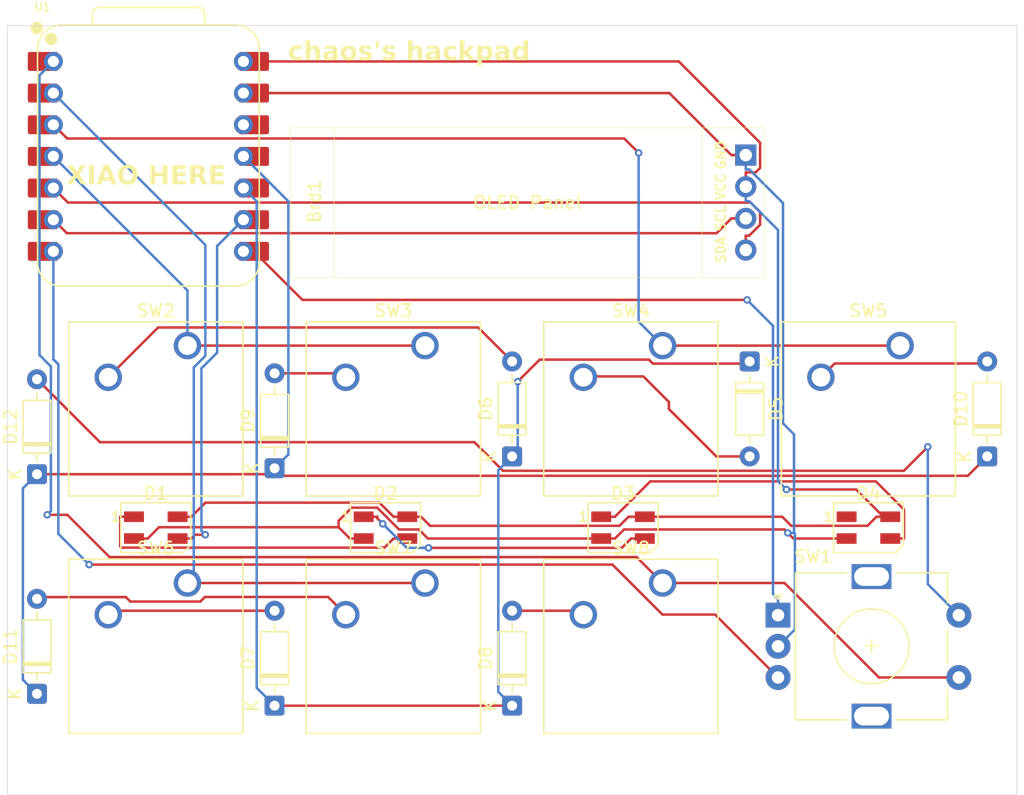
<source format=kicad_pcb>
(kicad_pcb (version 20241229) (generator "pcbnew") (generator_version "9.0")
  (layers (0 "F.Cu" signal) (2 "B.Cu" signal) (13 "F.Paste" user) (15 "B.Paste" user) (5 "F.SilkS" user "F.Silkscreen") (7 "B.SilkS" user "B.Silkscreen") (1 "F.Mask" user) (3 "B.Mask" user) (25 "Edge.Cuts" user))
  (net 0 "")
  (net 1 "Net-(Brd1-SCL)")
  (net 2 "+5V")
  (net 3 "Net-(Brd1-SDA)")
  (net 4 "GND")
  (net 5 "Net-(D1-DOUT)")
  (net 6 "NEOIN")
  (net 7 "Net-(D2-DOUT)")
  (net 8 "Net-(D3-DOUT)")
  (net 10 "ROW0")
  (net 11 "Net-(D5-A)")
  (net 12 "Net-(D6-A)")
  (net 13 "Net-(D7-A)")
  (net 14 "Net-(D8-A)")
  (net 15 "Net-(D9-A)")
  (net 16 "ROW1")
  (net 17 "Net-(D10-A)")
  (net 18 "Net-(D11-A)")
  (net 19 "ROTENCS2")
  (net 20 "COL3")
  (net 21 "Net-(U1-GPIO0{slash}TX)")
  (net 22 "Net-(U1-GPIO1{slash}RX)")
  (net 23 "COL0")
  (net 24 "COL1")
  (net 25 "COL2")
  (net 26 "unconnected-(U1-3V3-Pad12)")
  (footprint "Diode_THT:D_DO-35_SOD27_P7.62mm_Horizontal" (layer "F.Cu") (at 223.8375 128.5875 90)
    (property "Reference" "D8" (at 3.81 -2.12 90) (layer "F.SilkS"))
    (property "Value" "1N4148")
    (fp_text user "K" (at 0 -1.8 90) (layer "F.SilkS"))
    (pad "1" thru_hole roundrect (at 0 0 90) (size 1.6 1.6) (drill 0.8) (layers "*.Cu" "*.Mask") (roundrect_rratio 0.15625) (net 10 "ROW0"))
    (pad "2" thru_hole circle (at 7.62 0 90) (size 1.6 1.6) (drill 0.8) (layers "*.Cu" "*.Mask") (net 14 "Net-(D8-A)"))
  )
  (footprint "Diode_THT:D_DO-35_SOD27_P7.62mm_Horizontal" (layer "F.Cu") (at 204.7875 128.5875 90)
    (property "Reference" "D7" (at 3.81 -2.12 90) (layer "F.SilkS"))
    (property "Value" "1N4148")
    (fp_text user "K" (at 0 -1.8 90) (layer "F.SilkS"))
    (pad "1" thru_hole roundrect (at 0 0 90) (size 1.6 1.6) (drill 0.8) (layers "*.Cu" "*.Mask") (roundrect_rratio 0.15625) (net 10 "ROW0"))
    (pad "2" thru_hole circle (at 7.62 0 90) (size 1.6 1.6) (drill 0.8) (layers "*.Cu" "*.Mask") (net 13 "Net-(D7-A)"))
  )
  (footprint "Diode_THT:D_DO-35_SOD27_P7.62mm_Horizontal" (layer "F.Cu") (at 204.7875 109.5375 90)
    (property "Reference" "D9" (at 3.81 -2.12 90) (layer "F.SilkS"))
    (property "Value" "1N4148")
    (fp_text user "K" (at 0 -1.8 90) (layer "F.SilkS"))
    (pad "1" thru_hole roundrect (at 0 0 90) (size 1.6 1.6) (drill 0.8) (layers "*.Cu" "*.Mask") (roundrect_rratio 0.15625) (net 16 "ROW1"))
    (pad "2" thru_hole circle (at 7.62 0 90) (size 1.6 1.6) (drill 0.8) (layers "*.Cu" "*.Mask") (net 15 "Net-(D9-A)"))
  )
  (footprint "Button_Switch_Keyboard:SW_Cherry_MX_1.00u_PCB" (layer "F.Cu") (at 235.9025 118.745)
    (property "Reference" "SW8" (at -2.54 -2.794 0) (layer "F.SilkS"))
    (property "Value" "SW_Push_45deg")
    (pad "" np_thru_hole circle (at -7.62 5.08) (size 1.7 1.7) (drill 1.7) (layers "*.Cu" "*.Mask"))
    (pad "" np_thru_hole circle (at -2.54 5.08) (size 4 4) (drill 4) (layers "*.Cu" "*.Mask"))
    (pad "" np_thru_hole circle (at 2.54 5.08) (size 1.7 1.7) (drill 1.7) (layers "*.Cu" "*.Mask"))
    (pad "1" thru_hole circle (at 0 0) (size 2.2 2.2) (drill 1.5) (layers "*.Cu" "*.Mask") (net 20 "COL3"))
    (pad "2" thru_hole circle (at -6.35 2.54) (size 2.2 2.2) (drill 1.5) (layers "*.Cu" "*.Mask") (net 14 "Net-(D8-A)"))
  )
  (footprint "Diode_THT:D_DO-35_SOD27_P7.62mm_Horizontal" (layer "F.Cu") (at 185.7375 110.0137 90)
    (property "Reference" "D12" (at 3.81 -2.12 90) (layer "F.SilkS"))
    (property "Value" "1N4148")
    (fp_text user "K" (at 0 -1.8 90) (layer "F.SilkS"))
    (pad "1" thru_hole roundrect (at 0 0 90) (size 1.6 1.6) (drill 0.8) (layers "*.Cu" "*.Mask") (roundrect_rratio 0.15625) (net 16 "ROW1"))
    (pad "2" thru_hole circle (at 7.62 0 90) (size 1.6 1.6) (drill 0.8) (layers "*.Cu" "*.Mask") (net 19 "ROTENCS2"))
  )
  (footprint "Diode_THT:D_DO-35_SOD27_P7.62mm_Horizontal" (layer "F.Cu") (at 242.8875 100.965 -90)
    (property "Reference" "D5" (at 3.81 -2.12 90) (layer "F.SilkS"))
    (property "Value" "1N4148")
    (fp_text user "K" (at 0 -1.8 90) (layer "F.SilkS"))
    (pad "1" thru_hole roundrect (at 0 0 270) (size 1.6 1.6) (drill 0.8) (layers "*.Cu" "*.Mask") (roundrect_rratio 0.15625) (net 10 "ROW0"))
    (pad "2" thru_hole circle (at 7.62 0 270) (size 1.6 1.6) (drill 0.8) (layers "*.Cu" "*.Mask") (net 11 "Net-(D5-A)"))
  )
  (footprint "LED_SMD:LED_SK6812MINI_PLCC4_3.5x3.5mm_P1.75mm" (layer "F.Cu") (at 252.4125 114.3)
    (property "Reference" "D4" (at 0 -2.75 0) (layer "F.SilkS"))
    (property "Value" "SK6812MINI")
    (fp_text user "1" (at -3.2 -0.875 0) (layer "F.SilkS") (effects (font (size 0.8 0.8))))
    (pad "1" smd rect (at -1.75 -0.875) (size 1.6 0.85) (layers "F.Cu" "F.Mask" "F.Paste"))
    (pad "2" smd rect (at -1.75 0.875) (size 1.6 0.85) (layers "F.Cu" "F.Mask" "F.Paste") (net 4 "GND"))
    (pad "3" smd rect (at 1.75 0.875) (size 1.6 0.85) (layers "F.Cu" "F.Mask" "F.Paste") (net 8 "Net-(D3-DOUT)"))
    (pad "4" smd rect (at 1.75 -0.875) (size 1.6 0.85) (layers "F.Cu" "F.Mask" "F.Paste") (net 2 "+5V"))
  )
  (footprint "Button_Switch_Keyboard:SW_Cherry_MX_1.00u_PCB" (layer "F.Cu") (at 197.8025 99.695)
    (property "Reference" "SW2" (at -2.54 -2.794 0) (layer "F.SilkS"))
    (property "Value" "SW_Push_45deg")
    (pad "" np_thru_hole circle (at -7.62 5.08) (size 1.7 1.7) (drill 1.7) (layers "*.Cu" "*.Mask"))
    (pad "" np_thru_hole circle (at -2.54 5.08) (size 4 4) (drill 4) (layers "*.Cu" "*.Mask"))
    (pad "" np_thru_hole circle (at 2.54 5.08) (size 1.7 1.7) (drill 1.7) (layers "*.Cu" "*.Mask"))
    (pad "1" thru_hole circle (at 0 0) (size 2.2 2.2) (drill 1.5) (layers "*.Cu" "*.Mask") (net 23 "COL0"))
    (pad "2" thru_hole circle (at -6.35 2.54) (size 2.2 2.2) (drill 1.5) (layers "*.Cu" "*.Mask") (net 12 "Net-(D6-A)"))
  )
  (footprint "LED_SMD:LED_SK6812MINI_PLCC4_3.5x3.5mm_P1.75mm" (layer "F.Cu") (at 195.2625 114.3)
    (property "Reference" "D1" (at 0 -2.75 0) (layer "F.SilkS"))
    (property "Value" "SK6812MINI")
    (fp_text user "1" (at -3.2 -0.875 0) (layer "F.SilkS") (effects (font (size 0.8 0.8))))
    (pad "1" smd rect (at -1.75 -0.875) (size 1.6 0.85) (layers "F.Cu" "F.Mask" "F.Paste") (net 5 "Net-(D1-DOUT)"))
    (pad "2" smd rect (at -1.75 0.875) (size 1.6 0.85) (layers "F.Cu" "F.Mask" "F.Paste") (net 4 "GND"))
    (pad "3" smd rect (at 1.75 0.875) (size 1.6 0.85) (layers "F.Cu" "F.Mask" "F.Paste") (net 6 "NEOIN"))
    (pad "4" smd rect (at 1.75 -0.875) (size 1.6 0.85) (layers "F.Cu" "F.Mask" "F.Paste") (net 2 "+5V"))
  )
  (footprint "Button_Switch_Keyboard:SW_Cherry_MX_1.00u_PCB" (layer "F.Cu") (at 216.8525 118.745)
    (property "Reference" "SW7" (at -2.54 -2.794 0) (layer "F.SilkS"))
    (property "Value" "SW_Push_45deg")
    (pad "" np_thru_hole circle (at -7.62 5.08) (size 1.7 1.7) (drill 1.7) (layers "*.Cu" "*.Mask"))
    (pad "" np_thru_hole circle (at -2.54 5.08) (size 4 4) (drill 4) (layers "*.Cu" "*.Mask"))
    (pad "" np_thru_hole circle (at 2.54 5.08) (size 1.7 1.7) (drill 1.7) (layers "*.Cu" "*.Mask"))
    (pad "1" thru_hole circle (at 0 0) (size 2.2 2.2) (drill 1.5) (layers "*.Cu" "*.Mask") (net 25 "COL2"))
    (pad "2" thru_hole circle (at -6.35 2.54) (size 2.2 2.2) (drill 1.5) (layers "*.Cu" "*.Mask") (net 18 "Net-(D11-A)"))
  )
  (footprint "Button_Switch_Keyboard:SW_Cherry_MX_1.00u_PCB" (layer "F.Cu") (at 216.8525 99.695)
    (property "Reference" "SW3" (at -2.54 -2.794 0) (layer "F.SilkS"))
    (property "Value" "SW_Push_45deg")
    (pad "" np_thru_hole circle (at -7.62 5.08) (size 1.7 1.7) (drill 1.7) (layers "*.Cu" "*.Mask"))
    (pad "" np_thru_hole circle (at -2.54 5.08) (size 4 4) (drill 4) (layers "*.Cu" "*.Mask"))
    (pad "" np_thru_hole circle (at 2.54 5.08) (size 1.7 1.7) (drill 1.7) (layers "*.Cu" "*.Mask"))
    (pad "1" thru_hole circle (at 0 0) (size 2.2 2.2) (drill 1.5) (layers "*.Cu" "*.Mask") (net 23 "COL0"))
    (pad "2" thru_hole circle (at -6.35 2.54) (size 2.2 2.2) (drill 1.5) (layers "*.Cu" "*.Mask") (net 15 "Net-(D9-A)"))
  )
  (footprint "Diode_THT:D_DO-35_SOD27_P7.62mm_Horizontal" (layer "F.Cu") (at 223.8375 108.585 90)
    (property "Reference" "D6" (at 3.81 -2.12 90) (layer "F.SilkS"))
    (property "Value" "1N4148")
    (fp_text user "K" (at 0 -1.8 90) (layer "F.SilkS"))
    (pad "1" thru_hole roundrect (at 0 0 90) (size 1.6 1.6) (drill 0.8) (layers "*.Cu" "*.Mask") (roundrect_rratio 0.15625) (net 10 "ROW0"))
    (pad "2" thru_hole circle (at 7.62 0 90) (size 1.6 1.6) (drill 0.8) (layers "*.Cu" "*.Mask") (net 12 "Net-(D6-A)"))
  )
  (footprint "LED_SMD:LED_SK6812MINI_PLCC4_3.5x3.5mm_P1.75mm" (layer "F.Cu") (at 232.7312 114.3)
    (property "Reference" "D3" (at 0 -2.75 0) (layer "F.SilkS"))
    (property "Value" "SK6812MINI")
    (fp_text user "1" (at -3.2 -0.875 0) (layer "F.SilkS") (effects (font (size 0.8 0.8))))
    (pad "1" smd rect (at -1.75 -0.875) (size 1.6 0.85) (layers "F.Cu" "F.Mask" "F.Paste") (net 8 "Net-(D3-DOUT)"))
    (pad "2" smd rect (at -1.75 0.875) (size 1.6 0.85) (layers "F.Cu" "F.Mask" "F.Paste") (net 4 "GND"))
    (pad "3" smd rect (at 1.75 0.875) (size 1.6 0.85) (layers "F.Cu" "F.Mask" "F.Paste") (net 7 "Net-(D2-DOUT)"))
    (pad "4" smd rect (at 1.75 -0.875) (size 1.6 0.85) (layers "F.Cu" "F.Mask" "F.Paste") (net 2 "+5V"))
  )
  (footprint "LED_SMD:LED_SK6812MINI_PLCC4_3.5x3.5mm_P1.75mm" (layer "F.Cu") (at 213.6812 114.3)
    (property "Reference" "D2" (at 0 -2.75 0) (layer "F.SilkS"))
    (property "Value" "SK6812MINI")
    (fp_text user "1" (at -3.2 -0.875 0) (layer "F.SilkS") (effects (font (size 0.8 0.8))))
    (pad "1" smd rect (at -1.75 -0.875) (size 1.6 0.85) (layers "F.Cu" "F.Mask" "F.Paste") (net 7 "Net-(D2-DOUT)"))
    (pad "2" smd rect (at -1.75 0.875) (size 1.6 0.85) (layers "F.Cu" "F.Mask" "F.Paste") (net 4 "GND"))
    (pad "3" smd rect (at 1.75 0.875) (size 1.6 0.85) (layers "F.Cu" "F.Mask" "F.Paste") (net 5 "Net-(D1-DOUT)"))
    (pad "4" smd rect (at 1.75 -0.875) (size 1.6 0.85) (layers "F.Cu" "F.Mask" "F.Paste") (net 2 "+5V"))
  )
  (footprint "Button_Switch_Keyboard:SW_Cherry_MX_1.00u_PCB" (layer "F.Cu") (at 197.8025 118.745)
    (property "Reference" "SW6" (at -2.54 -2.794 0) (layer "F.SilkS"))
    (property "Value" "SW_Push_45deg")
    (pad "" np_thru_hole circle (at -7.62 5.08) (size 1.7 1.7) (drill 1.7) (layers "*.Cu" "*.Mask"))
    (pad "" np_thru_hole circle (at -2.54 5.08) (size 4 4) (drill 4) (layers "*.Cu" "*.Mask"))
    (pad "" np_thru_hole circle (at 2.54 5.08) (size 1.7 1.7) (drill 1.7) (layers "*.Cu" "*.Mask"))
    (pad "1" thru_hole circle (at 0 0) (size 2.2 2.2) (drill 1.5) (layers "*.Cu" "*.Mask") (net 25 "COL2"))
    (pad "2" thru_hole circle (at -6.35 2.54) (size 2.2 2.2) (drill 1.5) (layers "*.Cu" "*.Mask") (net 13 "Net-(D7-A)"))
  )
  (footprint "Rotary_Encoder:RotaryEncoder_Alps_EC11E-Switch_Vertical_H20mm" (layer "F.Cu") (at 245.1625 121.325)
    (property "Reference" "SW1" (at 2.8 -4.7 0) (layer "F.SilkS"))
    (property "Value" "RotaryEncoder_Switch")
    (pad "A" thru_hole rect (at 0 0) (size 2 2) (drill 1) (layers "*.Cu" "*.Mask") (net 22 "Net-(U1-GPIO1{slash}RX)"))
    (pad "B" thru_hole circle (at 0 5) (size 2 2) (drill 1) (layers "*.Cu" "*.Mask") (net 21 "Net-(U1-GPIO0{slash}TX)"))
    (pad "C" thru_hole circle (at 0 2.5) (size 2 2) (drill 1) (layers "*.Cu" "*.Mask") (net 4 "GND"))
    (pad "MP" thru_hole rect (at 7.5 -3.1) (size 3.2 2) (drill oval 2.8 1.5) (layers "*.Cu" "*.Mask"))
    (pad "MP" thru_hole rect (at 7.5 8.1) (size 3.2 2) (drill oval 2.8 1.5) (layers "*.Cu" "*.Mask"))
    (pad "S1" thru_hole circle (at 14.5 5) (size 2 2) (drill 1) (layers "*.Cu" "*.Mask") (net 20 "COL3"))
    (pad "S2" thru_hole circle (at 14.5 0) (size 2 2) (drill 1) (layers "*.Cu" "*.Mask") (net 19 "ROTENCS2"))
  )
  (footprint "Button_Switch_Keyboard:SW_Cherry_MX_1.00u_PCB" (layer "F.Cu") (at 254.9525 99.695)
    (property "Reference" "SW5" (at -2.54 -2.794 0) (layer "F.SilkS"))
    (property "Value" "SW_Push_45deg")
    (pad "" np_thru_hole circle (at -7.62 5.08) (size 1.7 1.7) (drill 1.7) (layers "*.Cu" "*.Mask"))
    (pad "" np_thru_hole circle (at -2.54 5.08) (size 4 4) (drill 4) (layers "*.Cu" "*.Mask"))
    (pad "" np_thru_hole circle (at 2.54 5.08) (size 1.7 1.7) (drill 1.7) (layers "*.Cu" "*.Mask"))
    (pad "1" thru_hole circle (at 0 0) (size 2.2 2.2) (drill 1.5) (layers "*.Cu" "*.Mask") (net 24 "COL1"))
    (pad "2" thru_hole circle (at -6.35 2.54) (size 2.2 2.2) (drill 1.5) (layers "*.Cu" "*.Mask") (net 17 "Net-(D10-A)"))
  )
  (footprint "KiCad-SSD1306-0.91-OLED-4pin-128x32:SSD1306-0.91-OLED-4pin-128x32" (layer "F.Cu") (at 206.075 82.215)
    (property "Reference" "Brd1" (at 1.9 5.91 90) (layer "F.SilkS"))
    (property "Value" "SSD1306")
    (fp_text user "SCL" (at 34.5 7.27 270) (layer "F.SilkS") (effects (font (size 0.75 0.75))))
    (fp_text user "OLED Panel" (at 19 6 0) (layer "F.SilkS"))
    (fp_text user "SDA" (at 34.5 9.81 270) (layer "F.SilkS") (effects (font (size 0.75 0.75))))
    (fp_text user "VCC" (at 34.5 4.73 270) (layer "F.SilkS") (effects (font (size 0.75 0.75))))
    (fp_text user "GND" (at 34.5 2.19 270) (layer "F.SilkS") (effects (font (size 0.75 0.75))))
    (pad "1" thru_hole rect (at 36.5 2.19) (size 1.7 1.7) (drill 1) (layers "*.Cu" "*.Mask") (net 4 "GND"))
    (pad "2" thru_hole oval (at 36.5 4.73) (size 1.7 1.7) (drill 1) (layers "*.Cu" "*.Mask") (net 2 "+5V"))
    (pad "3" thru_hole oval (at 36.5 7.27) (size 1.7 1.7) (drill 1) (layers "*.Cu" "*.Mask") (net 1 "Net-(Brd1-SCL)"))
    (pad "4" thru_hole oval (at 36.5 9.81) (size 1.7 1.7) (drill 1) (layers "*.Cu" "*.Mask") (net 3 "Net-(Brd1-SDA)"))
  )
  (footprint "Diode_THT:D_DO-35_SOD27_P7.62mm_Horizontal" (layer "F.Cu") (at 185.7375 127.635 90)
    (property "Reference" "D11" (at 3.81 -2.12 90) (layer "F.SilkS"))
    (property "Value" "1N4148")
    (fp_text user "K" (at 0 -1.8 90) (layer "F.SilkS"))
    (pad "1" thru_hole roundrect (at 0 0 90) (size 1.6 1.6) (drill 0.8) (layers "*.Cu" "*.Mask") (roundrect_rratio 0.15625) (net 16 "ROW1"))
    (pad "2" thru_hole circle (at 7.62 0 90) (size 1.6 1.6) (drill 0.8) (layers "*.Cu" "*.Mask") (net 18 "Net-(D11-A)"))
  )
  (footprint "Button_Switch_Keyboard:SW_Cherry_MX_1.00u_PCB" (layer "F.Cu") (at 235.9025 99.695)
    (property "Reference" "SW4" (at -2.54 -2.794 0) (layer "F.SilkS"))
    (property "Value" "SW_Push_45deg")
    (pad "" np_thru_hole circle (at -7.62 5.08) (size 1.7 1.7) (drill 1.7) (layers "*.Cu" "*.Mask"))
    (pad "" np_thru_hole circle (at -2.54 5.08) (size 4 4) (drill 4) (layers "*.Cu" "*.Mask"))
    (pad "" np_thru_hole circle (at 2.54 5.08) (size 1.7 1.7) (drill 1.7) (layers "*.Cu" "*.Mask"))
    (pad "1" thru_hole circle (at 0 0) (size 2.2 2.2) (drill 1.5) (layers "*.Cu" "*.Mask") (net 24 "COL1"))
    (pad "2" thru_hole circle (at -6.35 2.54) (size 2.2 2.2) (drill 1.5) (layers "*.Cu" "*.Mask") (net 11 "Net-(D5-A)"))
  )
  (footprint "Seeed Studio XIAO Series Library:XIAO-RP2040-DIP" (layer "F.Cu") (at 194.67 84.51)
    (property "Reference" "U1" (at -8.5 -12 0) (layer "F.SilkS") (effects (font (size 0.635 0.635) (thickness 0.1016))))
    (property "Value" "XIAO-RP2040-DIP")
    (pad "1" smd roundrect (at -8.455 -7.62 180) (size 2.432 1.524) (layers "F.Cu" "F.Mask") (roundrect_rratio 0.1) (net 20 "COL3"))
    (pad "1" thru_hole circle (at -7.62 -7.62 180) (size 1.524 1.524) (drill 0.889) (layers "*.Cu" "*.Mask") (net 20 "COL3"))
    (pad "2" smd roundrect (at -8.455 -5.08 180) (size 2.432 1.524) (layers "F.Cu" "F.Mask") (roundrect_rratio 0.1) (net 25 "COL2"))
    (pad "2" thru_hole circle (at -7.62 -5.08 180) (size 1.524 1.524) (drill 0.889) (layers "*.Cu" "*.Mask") (net 25 "COL2"))
    (pad "3" smd roundrect (at -8.455 -2.54 180) (size 2.432 1.524) (layers "F.Cu" "F.Mask") (roundrect_rratio 0.1) (net 24 "COL1"))
    (pad "3" thru_hole circle (at -7.62 -2.54 180) (size 1.524 1.524) (drill 0.889) (layers "*.Cu" "*.Mask") (net 24 "COL1"))
    (pad "4" smd roundrect (at -8.455 0 180) (size 2.432 1.524) (layers "F.Cu" "F.Mask") (roundrect_rratio 0.1) (net 23 "COL0"))
    (pad "4" thru_hole circle (at -7.62 0 180) (size 1.524 1.524) (drill 0.889) (layers "*.Cu" "*.Mask") (net 23 "COL0"))
    (pad "5" smd roundrect (at -8.455 2.54 180) (size 2.432 1.524) (layers "F.Cu" "F.Mask") (roundrect_rratio 0.1) (net 3 "Net-(Brd1-SDA)"))
    (pad "5" thru_hole circle (at -7.62 2.54 180) (size 1.524 1.524) (drill 0.889) (layers "*.Cu" "*.Mask") (net 3 "Net-(Brd1-SDA)"))
    (pad "6" smd roundrect (at -8.455 5.08 180) (size 2.432 1.524) (layers "F.Cu" "F.Mask") (roundrect_rratio 0.1) (net 1 "Net-(Brd1-SCL)"))
    (pad "6" thru_hole circle (at -7.62 5.08 180) (size 1.524 1.524) (drill 0.889) (layers "*.Cu" "*.Mask") (net 1 "Net-(Brd1-SCL)"))
    (pad "7" smd roundrect (at -8.455 7.62 180) (size 2.432 1.524) (layers "F.Cu" "F.Mask") (roundrect_rratio 0.1) (net 21 "Net-(U1-GPIO0{slash}TX)"))
    (pad "7" thru_hole circle (at -7.62 7.62 180) (size 1.524 1.524) (drill 0.889) (layers "*.Cu" "*.Mask") (net 21 "Net-(U1-GPIO0{slash}TX)"))
    (pad "8" thru_hole circle (at 7.62 7.62) (size 1.524 1.524) (drill 0.889) (layers "*.Cu" "*.Mask") (net 22 "Net-(U1-GPIO1{slash}RX)"))
    (pad "8" smd roundrect (at 8.455 7.62) (size 2.432 1.524) (layers "F.Cu" "F.Mask") (roundrect_rratio 0.1) (net 22 "Net-(U1-GPIO1{slash}RX)"))
    (pad "9" thru_hole circle (at 7.62 5.08) (size 1.524 1.524) (drill 0.889) (layers "*.Cu" "*.Mask") (net 6 "NEOIN"))
    (pad "9" smd roundrect (at 8.455 5.08) (size 2.432 1.524) (layers "F.Cu" "F.Mask") (roundrect_rratio 0.1) (net 6 "NEOIN"))
    (pad "10" thru_hole circle (at 7.62 2.54) (size 1.524 1.524) (drill 0.889) (layers "*.Cu" "*.Mask") (net 10 "ROW0"))
    (pad "10" smd roundrect (at 8.455 2.54) (size 2.432 1.524) (layers "F.Cu" "F.Mask") (roundrect_rratio 0.1) (net 10 "ROW0"))
    (pad "11" thru_hole circle (at 7.62 0) (size 1.524 1.524) (drill 0.889) (layers "*.Cu" "*.Mask") (net 16 "ROW1"))
    (pad "11" smd roundrect (at 8.455 0) (size 2.432 1.524) (layers "F.Cu" "F.Mask") (roundrect_rratio 0.1) (net 16 "ROW1"))
    (pad "12" thru_hole circle (at 7.62 -2.54) (size 1.524 1.524) (drill 0.889) (layers "*.Cu" "*.Mask") (net 26 "unconnected-(U1-3V3-Pad12)"))
    (pad "12" smd roundrect (at 8.455 -2.54) (size 2.432 1.524) (layers "F.Cu" "F.Mask") (roundrect_rratio 0.1) (net 26 "unconnected-(U1-3V3-Pad12)"))
    (pad "13" thru_hole circle (at 7.62 -5.08) (size 1.524 1.524) (drill 0.889) (layers "*.Cu" "*.Mask") (net 4 "GND"))
    (pad "13" smd roundrect (at 8.455 -5.08) (size 2.432 1.524) (layers "F.Cu" "F.Mask") (roundrect_rratio 0.1) (net 4 "GND"))
    (pad "14" thru_hole circle (at 7.62 -7.62) (size 1.524 1.524) (drill 0.889) (layers "*.Cu" "*.Mask") (net 2 "+5V"))
    (pad "14" smd roundrect (at 8.455 -7.62) (size 2.432 1.524) (layers "F.Cu" "F.Mask") (roundrect_rratio 0.1) (net 2 "+5V"))
  )
  (footprint "Diode_THT:D_DO-35_SOD27_P7.62mm_Horizontal" (layer "F.Cu") (at 261.9375 108.585 90)
    (property "Reference" "D10" (at 3.81 -2.12 90) (layer "F.SilkS"))
    (property "Value" "1N4148")
    (fp_text user "K" (at 0 -1.8 90) (layer "F.SilkS"))
    (pad "1" thru_hole roundrect (at 0 0 90) (size 1.6 1.6) (drill 0.8) (layers "*.Cu" "*.Mask") (roundrect_rratio 0.15625) (net 16 "ROW1"))
    (pad "2" thru_hole circle (at 7.62 0 90) (size 1.6 1.6) (drill 0.8) (layers "*.Cu" "*.Mask") (net 17 "Net-(D10-A)"))
  )
  (gr_rect (start 183.35625 74.01) (end 264.31875 135.73125) (stroke (width 0.05)) (fill no) (layer "Edge.Cuts"))
  (gr_text "chaos's hackpad" (at 205.85 77.04 0) (layer "F.SilkS") (effects (font (size 1.5 1.5) (thickness 0.3) (bold yes)) (justify left bottom)))
  (gr_text "XIAO HERE" (at 194.49 86.12 0) (layer "F.SilkS") (effects (font (size 1.5 1.5) (thickness 0.3) (bold yes))))
  (segment (start 187.05 89.59) (end 186.215 89.59) (width 0.2) (layer "F.Cu") (net 1))
  (segment (start 242.575 89.485) (end 241.4233 89.485) (width 0.2) (layer "F.Cu") (net 1))
  (segment (start 188.1333 90.6733) (end 240.235 90.6733) (width 0.2) (layer "F.Cu") (net 1))
  (segment (start 187.05 89.59) (end 188.1333 90.6733) (width 0.2) (layer "F.Cu") (net 1))
  (segment (start 240.235 90.6733) (end 241.4233 89.485) (width 0.2) (layer "F.Cu") (net 1))
  (segment (start 243.3668 85.7933) (end 243.7267 85.4334) (width 0.2) (layer "F.Cu") (net 2))
  (segment (start 199.2426 112.2966) (end 198.1142 113.425) (width 0.2) (layer "F.Cu") (net 2))
  (segment (start 251.4282 111.2415) (end 253.6117 113.425) (width 0.2) (layer "F.Cu") (net 2))
  (segment (start 237.2018 76.89) (end 203.125 76.89) (width 0.2) (layer "F.Cu") (net 2))
  (segment (start 202.29 76.89) (end 203.125 76.89) (width 0.2) (layer "F.Cu") (net 2))
  (segment (start 215.4312 113.425) (end 214.3295 113.425) (width 0.2) (layer "F.Cu") (net 2))
  (segment (start 233.1784 113.425) (end 232.4517 114.1517) (width 0.2) (layer "F.Cu") (net 2))
  (segment (start 245.8384 111.2415) (end 251.4282 111.2415) (width 0.2) (layer "F.Cu") (net 2))
  (segment (start 253.0608 113.425) (end 252.3341 114.1517) (width 0.2) (layer "F.Cu") (net 2))
  (segment (start 254.1625 113.425) (end 253.6117 113.425) (width 0.2) (layer "F.Cu") (net 2))
  (segment (start 234.4812 113.425) (end 233.1784 113.425) (width 0.2) (layer "F.Cu") (net 2))
  (segment (start 213.2011 112.2966) (end 199.2426 112.2966) (width 0.2) (layer "F.Cu") (net 2))
  (segment (start 217.2596 114.1517) (end 216.5329 113.425) (width 0.2) (layer "F.Cu") (net 2))
  (segment (start 243.7267 85.4334) (end 243.7267 83.4149) (width 0.2) (layer "F.Cu") (net 2))
  (segment (start 214.3295 113.425) (end 213.2011 112.2966) (width 0.2) (layer "F.Cu") (net 2))
  (segment (start 245.4983 113.425) (end 235.5829 113.425) (width 0.2) (layer "F.Cu") (net 2))
  (segment (start 252.3341 114.1517) (end 246.225 114.1517) (width 0.2) (layer "F.Cu") (net 2))
  (segment (start 243.7267 83.4149) (end 237.2018 76.89) (width 0.2) (layer "F.Cu") (net 2))
  (segment (start 215.9821 113.425) (end 215.4312 113.425) (width 0.2) (layer "F.Cu") (net 2))
  (segment (start 215.9821 113.425) (end 216.5329 113.425) (width 0.2) (layer "F.Cu") (net 2))
  (segment (start 232.4517 114.1517) (end 217.2596 114.1517) (width 0.2) (layer "F.Cu") (net 2))
  (segment (start 246.225 114.1517) (end 245.4983 113.425) (width 0.2) (layer "F.Cu") (net 2))
  (segment (start 197.0125 113.425) (end 198.1142 113.425) (width 0.2) (layer "F.Cu") (net 2))
  (segment (start 253.6117 113.425) (end 253.0608 113.425) (width 0.2) (layer "F.Cu") (net 2))
  (segment (start 242.575 86.945) (end 242.575 85.7933) (width 0.2) (layer "F.Cu") (net 2))
  (segment (start 234.4812 113.425) (end 235.5829 113.425) (width 0.2) (layer "F.Cu") (net 2))
  (segment (start 242.575 85.7933) (end 243.3668 85.7933) (width 0.2) (layer "F.Cu") (net 2))
  (via (at 245.8384 111.2415) (size 0.6) (drill 0.3) (layers "F.Cu" "B.Cu") (net 2))
  (segment (start 242.575 86.945) (end 242.575 88.0967) (width 0.2) (layer "B.Cu") (net 2))
  (segment (start 245.8384 111.2415) (end 245.1609 110.564) (width 0.2) (layer "B.Cu") (net 2))
  (segment (start 245.1609 110.564) (end 245.1609 90.4141) (width 0.2) (layer "B.Cu") (net 2))
  (segment (start 245.1609 90.4141) (end 242.8435 88.0967) (width 0.2) (layer "B.Cu") (net 2))
  (segment (start 242.8435 88.0967) (end 242.575 88.0967) (width 0.2) (layer "B.Cu") (net 2))
  (segment (start 242.9676 88.215) (end 243.7272 88.9746) (width 0.2) (layer "F.Cu") (net 3))
  (segment (start 243.7272 88.9746) (end 243.7272 89.9896) (width 0.2) (layer "F.Cu") (net 3))
  (segment (start 242.575 92.025) (end 242.575 90.8733) (width 0.2) (layer "F.Cu") (net 3))
  (segment (start 187.05 87.05) (end 188.215 88.215) (width 0.2) (layer "F.Cu") (net 3))
  (segment (start 186.215 87.05) (end 187.05 87.05) (width 0.2) (layer "F.Cu") (net 3))
  (segment (start 188.215 88.215) (end 242.9676 88.215) (width 0.2) (layer "F.Cu") (net 3))
  (segment (start 243.7272 89.9896) (end 242.8435 90.8733) (width 0.2) (layer "F.Cu") (net 3))
  (segment (start 242.8435 90.8733) (end 242.575 90.8733) (width 0.2) (layer "F.Cu") (net 3))
  (segment (start 250.6625 115.175) (end 249.5608 115.175) (width 0.2) (layer "F.Cu") (net 4))
  (segment (start 193.5125 115.175) (end 194.6142 115.175) (width 0.2) (layer "F.Cu") (net 4))
  (segment (start 211.3804 115.175) (end 210.8295 115.175) (width 0.2) (layer "F.Cu") (net 4))
  (segment (start 210.8295 115.175) (end 209.922 114.2675) (width 0.2) (layer "F.Cu") (net 4))
  (segment (start 236.4483 79.43) (end 241.4233 84.405) (width 0.2) (layer "F.Cu") (net 4))
  (segment (start 202.29 79.43) (end 203.125 79.43) (width 0.2) (layer "F.Cu") (net 4))
  (segment (start 194.6142 115.175) (end 195.5217 114.2675) (width 0.2) (layer "F.Cu") (net 4))
  (segment (start 245.9433 114.7209) (end 246.3974 115.175) (width 0.2) (layer "F.Cu") (net 4))
  (segment (start 210.9751 112.6983) (end 209.922 113.7514) (width 0.2) (layer "F.Cu") (net 4))
  (segment (start 245.9433 114.7209) (end 245.6707 114.4483) (width 0.2) (layer "F.Cu") (net 4))
  (segment (start 232.8096 114.4483) (end 232.0829 115.175) (width 0.2) (layer "F.Cu") (net 4))
  (segment (start 230.9812 115.175) (end 217.0829 115.175) (width 0.2) (layer "F.Cu") (net 4))
  (segment (start 246.3974 115.175) (end 249.5608 115.175) (width 0.2) (layer "F.Cu") (net 4))
  (segment (start 245.6707 114.4483) (end 232.8096 114.4483) (width 0.2) (layer "F.Cu") (net 4))
  (segment (start 217.0829 115.175) (end 216.3562 114.4483) (width 0.2) (layer "F.Cu") (net 4))
  (segment (start 195.5217 114.2675) (end 209.922 114.2675) (width 0.2) (layer "F.Cu") (net 4))
  (segment (start 214.7696 114.4483) (end 213.0196 112.6983) (width 0.2) (layer "F.Cu") (net 4))
  (segment (start 209.922 113.7514) (end 209.922 114.2675) (width 0.2) (layer "F.Cu") (net 4))
  (segment (start 211.3804 115.175) (end 211.9312 115.175) (width 0.2) (layer "F.Cu") (net 4))
  (segment (start 242.575 84.405) (end 241.4233 84.405) (width 0.2) (layer "F.Cu") (net 4))
  (segment (start 216.3562 114.4483) (end 214.7696 114.4483) (width 0.2) (layer "F.Cu") (net 4))
  (segment (start 203.125 79.43) (end 236.4483 79.43) (width 0.2) (layer "F.Cu") (net 4))
  (segment (start 230.9812 115.175) (end 232.0829 115.175) (width 0.2) (layer "F.Cu") (net 4))
  (segment (start 213.0196 112.6983) (end 210.9751 112.6983) (width 0.2) (layer "F.Cu") (net 4))
  (via (at 245.9433 114.7209) (size 0.6) (drill 0.3) (layers "F.Cu" "B.Cu") (net 4))
  (segment (start 246.4442 106.8164) (end 245.5627 105.9349) (width 0.2) (layer "B.Cu") (net 4))
  (segment (start 245.5627 88.2565) (end 242.8629 85.5567) (width 0.2) (layer "B.Cu") (net 4))
  (segment (start 245.5627 105.9349) (end 245.5627 88.2565) (width 0.2) (layer "B.Cu") (net 4))
  (segment (start 246.4442 114.7209) (end 246.4442 106.8164) (width 0.2) (layer "B.Cu") (net 4))
  (segment (start 246.5158 114.7925) (end 246.4442 114.7209) (width 0.2) (layer "B.Cu") (net 4))
  (segment (start 242.8629 85.5567) (end 242.575 85.5567) (width 0.2) (layer "B.Cu") (net 4))
  (segment (start 246.4442 114.7209) (end 245.9433 114.7209) (width 0.2) (layer "B.Cu") (net 4))
  (segment (start 242.575 84.405) (end 242.575 85.5567) (width 0.2) (layer "B.Cu") (net 4))
  (segment (start 246.5158 122.4717) (end 246.5158 114.7925) (width 0.2) (layer "B.Cu") (net 4))
  (segment (start 245.1625 123.825) (end 246.5158 122.4717) (width 0.2) (layer "B.Cu") (net 4))
  (segment (start 192.524 115.9042) (end 192.4108 115.791) (width 0.2) (layer "F.Cu") (net 5))
  (segment (start 215.4312 115.175) (end 214.3295 115.175) (width 0.2) (layer "F.Cu") (net 5))
  (segment (start 213.6003 115.9042) (end 192.524 115.9042) (width 0.2) (layer "F.Cu") (net 5))
  (segment (start 193.5125 113.425) (end 192.4108 113.425) (width 0.2) (layer "F.Cu") (net 5))
  (segment (start 192.4108 115.791) (end 192.4108 113.425) (width 0.2) (layer "F.Cu") (net 5))
  (segment (start 214.3295 115.175) (end 213.6003 115.9042) (width 0.2) (layer "F.Cu") (net 5))
  (segment (start 197.0125 115.175) (end 198.1142 115.175) (width 0.2) (layer "F.Cu") (net 6))
  (segment (start 203.125 89.59) (end 202.29 89.59) (width 0.2) (layer "F.Cu") (net 6))
  (segment (start 199.2304 114.8692) (end 198.42 114.8692) (width 0.2) (layer "F.Cu") (net 6))
  (segment (start 198.42 114.8692) (end 198.1142 115.175) (width 0.2) (layer "F.Cu") (net 6))
  (via (at 199.2304 114.8692) (size 0.6) (drill 0.3) (layers "F.Cu" "B.Cu") (net 6))
  (segment (start 200.1811 91.6988) (end 200.1812 91.6988) (width 0.2) (layer "B.Cu") (net 6))
  (segment (start 198.923 114.5618) (end 198.923 101.5178) (width 0.2) (layer "B.Cu") (net 6))
  (segment (start 199.2304 114.8692) (end 198.923 114.5618) (width 0.2) (layer "B.Cu") (net 6))
  (segment (start 198.923 101.5178) (end 200.1811 100.2597) (width 0.2) (layer "B.Cu") (net 6))
  (segment (start 200.1811 100.2597) (end 200.1811 91.6988) (width 0.2) (layer "B.Cu") (net 6))
  (segment (start 200.1812 91.6988) (end 202.29 89.59) (width 0.2) (layer "B.Cu") (net 6))
  (segment (start 233.3795 115.175) (end 232.6348 115.9197) (width 0.2) (layer "F.Cu") (net 7))
  (segment (start 213.2479 113.7775) (end 213.4629 113.9925) (width 0.2) (layer "F.Cu") (net 7))
  (segment (start 232.6348 115.9197) (end 217.1358 115.9197) (width 0.2) (layer "F.Cu") (net 7))
  (segment (start 213.0329 113.5625) (end 213.0329 113.425) (width 0.2) (layer "F.Cu") (net 7))
  (segment (start 216.6448 115.9197) (end 217.1358 115.9197) (width 0.2) (layer "F.Cu") (net 7))
  (segment (start 213.4629 113.9925) (end 213.2479 113.7775) (width 0.2) (layer "F.Cu") (net 7))
  (segment (start 213.4629 113.9925) (end 213.0329 113.5625) (width 0.2) (layer "F.Cu") (net 7))
  (segment (start 211.9312 113.425) (end 213.0329 113.425) (width 0.2) (layer "F.Cu") (net 7))
  (segment (start 234.4812 115.175) (end 233.3795 115.175) (width 0.2) (layer "F.Cu") (net 7))
  (segment (start 217.1358 115.9197) (end 216.6448 115.9197) (width 0.2) (layer "F.Cu") (net 7))
  (via (at 217.1358 115.9197) (size 0.6) (drill 0.3) (layers "F.Cu" "B.Cu") (net 7))
  (via (at 213.4629 113.9925) (size 0.6) (drill 0.3) (layers "F.Cu" "B.Cu") (net 7))
  (segment (start 213.4629 113.9925) (end 213.2479 113.7775) (width 0.2) (layer "B.Cu") (net 7))
  (segment (start 215.3901 115.9197) (end 213.4629 113.9925) (width 0.2) (layer "B.Cu") (net 7))
  (segment (start 217.1358 115.9197) (end 215.3901 115.9197) (width 0.2) (layer "B.Cu") (net 7))
  (segment (start 216.6448 115.9197) (end 217.1358 115.9197) (width 0.2) (layer "B.Cu") (net 7))
  (segment (start 213.2479 113.7775) (end 213.4629 113.9925) (width 0.2) (layer "B.Cu") (net 7))
  (segment (start 217.1358 115.9197) (end 216.6448 115.9197) (width 0.2) (layer "B.Cu") (net 7))
  (segment (start 234.9187 110.5892) (end 253.0064 110.5892) (width 0.2) (layer "F.Cu") (net 8))
  (segment (start 230.9812 113.425) (end 232.0829 113.425) (width 0.2) (layer "F.Cu") (net 8))
  (segment (start 253.0064 110.5892) (end 255.2642 112.847) (width 0.2) (layer "F.Cu") (net 8))
  (segment (start 254.1625 115.175) (end 255.2642 115.175) (width 0.2) (layer "F.Cu") (net 8))
  (segment (start 255.2642 112.847) (end 255.2642 115.175) (width 0.2) (layer "F.Cu") (net 8))
  (segment (start 232.0829 113.425) (end 234.9187 110.5892) (width 0.2) (layer "F.Cu") (net 8))
  (segment (start 226.0491 100.8185) (end 234.8106 100.8185) (width 0.2) (layer "F.Cu") (net 10))
  (segment (start 224.2875 102.5801) (end 226.0491 100.8185) (width 0.2) (layer "F.Cu") (net 10))
  (segment (start 242.715 101.1375) (end 242.8875 100.965) (width 0.2) (layer "F.Cu") (net 10))
  (segment (start 234.8106 100.8185) (end 235.1296 101.1375) (width 0.2) (layer "F.Cu") (net 10))
  (segment (start 235.1296 101.1375) (end 242.715 101.1375) (width 0.2) (layer "F.Cu") (net 10))
  (segment (start 204.7875 128.5875) (end 223.8375 128.5875) (width 0.2) (layer "F.Cu") (net 10))
  (segment (start 203.125 87.05) (end 202.29 87.05) (width 0.2) (layer "F.Cu") (net 10))
  (via (at 224.2875 102.5801) (size 0.6) (drill 0.3) (layers "F.Cu" "B.Cu") (net 10))
  (segment (start 224.2875 108.135) (end 224.2875 102.5801) (width 0.2) (layer "B.Cu") (net 10))
  (segment (start 222.7302 109.6923) (end 223.8375 108.585) (width 0.2) (layer "B.Cu") (net 10))
  (segment (start 223.8375 108.585) (end 224.2875 108.135) (width 0.2) (layer "B.Cu") (net 10))
  (segment (start 202.29 87.05) (end 203.3556 88.1156) (width 0.2) (layer "B.Cu") (net 10))
  (segment (start 222.7302 127.4802) (end 222.7302 109.6923) (width 0.2) (layer "B.Cu") (net 10))
  (segment (start 203.3556 127.1556) (end 204.7875 128.5875) (width 0.2) (layer "B.Cu") (net 10))
  (segment (start 203.3556 88.1156) (end 203.3556 127.1556) (width 0.2) (layer "B.Cu") (net 10))
  (segment (start 223.8375 128.5875) (end 222.7302 127.4802) (width 0.2) (layer "B.Cu") (net 10))
  (segment (start 234.3622 102.1657) (end 229.6218 102.1657) (width 0.2) (layer "F.Cu") (net 11))
  (segment (start 229.6218 102.1657) (end 229.5525 102.235) (width 0.2) (layer "F.Cu") (net 11))
  (segment (start 236.4079 104.7798) (end 236.4079 104.2114) (width 0.2) (layer "F.Cu") (net 11))
  (segment (start 236.4079 104.2114) (end 234.3622 102.1657) (width 0.2) (layer "F.Cu") (net 11))
  (segment (start 240.2131 108.585) (end 236.4079 104.7798) (width 0.2) (layer "F.Cu") (net 11))
  (segment (start 242.8875 108.585) (end 240.2131 108.585) (width 0.2) (layer "F.Cu") (net 11))
  (segment (start 221.1103 98.2378) (end 195.4497 98.2378) (width 0.2) (layer "F.Cu") (net 12))
  (segment (start 195.4497 98.2378) (end 191.4525 102.235) (width 0.2) (layer "F.Cu") (net 12))
  (segment (start 223.8375 100.965) (end 221.1103 98.2378) (width 0.2) (layer "F.Cu") (net 12))
  (segment (start 204.7875 120.9675) (end 191.77 120.9675) (width 0.2) (layer "F.Cu") (net 13))
  (segment (start 191.77 120.9675) (end 191.4525 121.285) (width 0.2) (layer "F.Cu") (net 13))
  (segment (start 223.8375 120.9675) (end 229.235 120.9675) (width 0.2) (layer "F.Cu") (net 14))
  (segment (start 229.235 120.9675) (end 229.5525 121.285) (width 0.2) (layer "F.Cu") (net 14))
  (segment (start 204.7875 101.9175) (end 210.185 101.9175) (width 0.2) (layer "F.Cu") (net 15))
  (segment (start 210.185 101.9175) (end 210.5025 102.235) (width 0.2) (layer "F.Cu") (net 15))
  (segment (start 185.7375 110.0137) (end 204.3113 110.0137) (width 0.2) (layer "F.Cu") (net 16))
  (segment (start 204.3113 110.0137) (end 204.7875 109.5375) (width 0.2) (layer "F.Cu") (net 16))
  (segment (start 260.384 110.1385) (end 205.3885 110.1385) (width 0.2) (layer "F.Cu") (net 16))
  (segment (start 261.9375 108.585) (end 260.384 110.1385) (width 0.2) (layer "F.Cu") (net 16))
  (segment (start 205.3885 110.1385) (end 204.7875 109.5375) (width 0.2) (layer "F.Cu") (net 16))
  (segment (start 202.29 84.51) (end 203.125 84.51) (width 0.2) (layer "F.Cu") (net 16))
  (segment (start 205.8949 108.4301) (end 204.7875 109.5375) (width 0.2) (layer "B.Cu") (net 16))
  (segment (start 185.7375 110.0137) (end 184.604 111.1472) (width 0.2) (layer "B.Cu") (net 16))
  (segment (start 205.8949 88.1149) (end 205.8949 108.4301) (width 0.2) (layer "B.Cu") (net 16))
  (segment (start 184.604 111.1472) (end 184.604 126.5015) (width 0.2) (layer "B.Cu") (net 16))
  (segment (start 202.29 84.51) (end 205.8949 88.1149) (width 0.2) (layer "B.Cu") (net 16))
  (segment (start 184.604 126.5015) (end 185.7375 127.635) (width 0.2) (layer "B.Cu") (net 16))
  (segment (start 249.7108 101.1267) (end 248.6025 102.235) (width 0.2) (layer "F.Cu") (net 17))
  (segment (start 261.7758 101.1267) (end 249.7108 101.1267) (width 0.2) (layer "F.Cu") (net 17))
  (segment (start 261.9375 100.965) (end 261.7758 101.1267) (width 0.2) (layer "F.Cu") (net 17))
  (segment (start 193.2221 120.2324) (end 192.8633 119.8736) (width 0.2) (layer "F.Cu") (net 18))
  (segment (start 192.8633 119.8736) (end 185.8789 119.8736) (width 0.2) (layer "F.Cu") (net 18))
  (segment (start 209.0817 119.8642) (end 199.2029 119.8642) (width 0.2) (layer "F.Cu") (net 18))
  (segment (start 210.5025 121.285) (end 209.0817 119.8642) (width 0.2) (layer "F.Cu") (net 18))
  (segment (start 198.8347 120.2324) (end 193.2221 120.2324) (width 0.2) (layer "F.Cu") (net 18))
  (segment (start 185.8789 119.8736) (end 185.7375 120.015) (width 0.2) (layer "F.Cu") (net 18))
  (segment (start 199.2029 119.8642) (end 198.8347 120.2324) (width 0.2) (layer "F.Cu") (net 18))
  (segment (start 190.7871 107.4433) (end 185.7375 102.3937) (width 0.2) (layer "F.Cu") (net 19))
  (segment (start 255.2544 109.7368) (end 223.1078 109.7368) (width 0.2) (layer "F.Cu") (net 19))
  (segment (start 220.8143 107.4433) (end 190.7871 107.4433) (width 0.2) (layer "F.Cu") (net 19))
  (segment (start 223.1078 109.7368) (end 220.8143 107.4433) (width 0.2) (layer "F.Cu") (net 19))
  (segment (start 257.1729 107.8183) (end 255.2544 109.7368) (width 0.2) (layer "F.Cu") (net 19))
  (via (at 257.1729 107.8183) (size 0.6) (drill 0.3) (layers "F.Cu" "B.Cu") (net 19))
  (segment (start 257.1729 118.8354) (end 259.6625 121.325) (width 0.2) (layer "B.Cu") (net 19))
  (segment (start 257.1729 107.8183) (end 257.1729 118.8354) (width 0.2) (layer "B.Cu") (net 19))
  (segment (start 191.5577 116.6644) (end 188.1638 113.2705) (width 0.2) (layer "F.Cu") (net 20))
  (segment (start 188.1638 113.2705) (end 186.5524 113.2705) (width 0.2) (layer "F.Cu") (net 20))
  (segment (start 253.2625 126.325) (end 259.6625 126.325) (width 0.2) (layer "F.Cu") (net 20))
  (segment (start 235.9025 118.745) (end 233.8219 116.6644) (width 0.2) (layer "F.Cu") (net 20))
  (segment (start 245.6825 118.745) (end 253.2625 126.325) (width 0.2) (layer "F.Cu") (net 20))
  (segment (start 233.8219 116.6644) (end 191.5577 116.6644) (width 0.2) (layer "F.Cu") (net 20))
  (segment (start 186.215 76.89) (end 187.05 76.89) (width 0.2) (layer "F.Cu") (net 20))
  (segment (start 235.9025 118.745) (end 245.6825 118.745) (width 0.2) (layer "F.Cu") (net 20))
  (via (at 186.5524 113.2705) (size 0.6) (drill 0.3) (layers "F.Cu" "B.Cu") (net 20))
  (segment (start 186.5524 113.2705) (end 186.8499 112.973) (width 0.2) (layer "B.Cu") (net 20))
  (segment (start 185.9358 78.0042) (end 187.05 76.89) (width 0.2) (layer "B.Cu") (net 20))
  (segment (start 186.8499 112.973) (end 186.8499 101.3649) (width 0.2) (layer "B.Cu") (net 20))
  (segment (start 185.9358 100.4508) (end 185.9358 78.0042) (width 0.2) (layer "B.Cu") (net 20))
  (segment (start 186.8499 101.3649) (end 185.9358 100.4508) (width 0.2) (layer "B.Cu") (net 20))
  (segment (start 245.1625 126.325) (end 240.1123 121.2748) (width 0.2) (layer "F.Cu") (net 21))
  (segment (start 235.8924 121.2748) (end 231.8823 117.2647) (width 0.2) (layer "F.Cu") (net 21))
  (segment (start 186.215 92.13) (end 187.05 92.13) (width 0.2) (layer "F.Cu") (net 21))
  (segment (start 231.8823 117.2647) (end 189.9151 117.2647) (width 0.2) (layer "F.Cu") (net 21))
  (segment (start 189.9151 117.2647) (end 189.9151 117.2646) (width 0.2) (layer "F.Cu") (net 21))
  (segment (start 240.1123 121.2748) (end 235.8924 121.2748) (width 0.2) (layer "F.Cu") (net 21))
  (via (at 189.9151 117.2646) (size 0.6) (drill 0.3) (layers "F.Cu" "B.Cu") (net 21))
  (segment (start 187.0515 92.1315) (end 187.05 92.13) (width 0.2) (layer "B.Cu") (net 21))
  (segment (start 187.0515 100.7983) (end 187.0515 92.1315) (width 0.2) (layer "B.Cu") (net 21))
  (segment (start 187.2163 100.9631) (end 187.0515 100.7983) (width 0.2) (layer "B.Cu") (net 21))
  (segment (start 189.9151 117.2646) (end 187.4481 114.7976) (width 0.2) (layer "B.Cu") (net 21))
  (segment (start 187.4481 114.7976) (end 187.4481 101.1949) (width 0.2) (layer "B.Cu") (net 21))
  (segment (start 187.2163 100.9631) (end 187.0515 100.7983) (width 0.2) (layer "B.Cu") (net 21))
  (segment (start 187.4481 101.1949) (end 187.2163 100.9631) (width 0.2) (layer "B.Cu") (net 21))
  (segment (start 207.0185 96.0235) (end 203.125 92.13) (width 0.2) (layer "F.Cu") (net 22))
  (segment (start 203.125 92.13) (end 202.29 92.13) (width 0.2) (layer "F.Cu") (net 22))
  (segment (start 242.6794 96.0235) (end 207.0185 96.0235) (width 0.2) (layer "F.Cu") (net 22))
  (via (at 242.6794 96.0235) (size 0.6) (drill 0.3) (layers "F.Cu" "B.Cu") (net 22))
  (segment (start 244.7592 98.1033) (end 244.7592 119.62) (width 0.2) (layer "B.Cu") (net 22))
  (segment (start 244.7592 119.62) (end 245.1625 120.0233) (width 0.2) (layer "B.Cu") (net 22))
  (segment (start 242.6794 96.0235) (end 244.7592 98.1033) (width 0.2) (layer "B.Cu") (net 22))
  (segment (start 245.1625 121.325) (end 245.1625 120.0233) (width 0.2) (layer "B.Cu") (net 22))
  (segment (start 186.215 84.51) (end 187.05 84.51) (width 0.2) (layer "F.Cu") (net 23))
  (segment (start 216.8525 99.695) (end 197.8025 99.695) (width 0.2) (layer "F.Cu") (net 23))
  (segment (start 187.05 84.51) (end 197.8025 95.2625) (width 0.2) (layer "B.Cu") (net 23))
  (segment (start 197.8025 95.2625) (end 197.8025 99.695) (width 0.2) (layer "B.Cu") (net 23))
  (segment (start 254.9525 99.695) (end 235.9025 99.695) (width 0.2) (layer "F.Cu") (net 24))
  (segment (start 186.215 81.97) (end 187.05 81.97) (width 0.2) (layer "F.Cu") (net 24))
  (segment (start 232.8262 83.0732) (end 233.9833 84.2303) (width 0.2) (layer "F.Cu") (net 24))
  (segment (start 187.05 81.97) (end 188.1532 83.0732) (width 0.2) (layer "F.Cu") (net 24))
  (segment (start 188.1532 83.0732) (end 232.8262 83.0732) (width 0.2) (layer "F.Cu") (net 24))
  (via (at 233.9833 84.2303) (size 0.6) (drill 0.3) (layers "F.Cu" "B.Cu") (net 24))
  (segment (start 235.9025 99.695) (end 233.9833 97.7758) (width 0.2) (layer "B.Cu") (net 24))
  (segment (start 233.9833 97.7758) (end 233.9833 84.2303) (width 0.2) (layer "B.Cu") (net 24))
  (segment (start 187.05 79.43) (end 186.215 79.43) (width 0.2) (layer "F.Cu") (net 25))
  (segment (start 216.8525 118.745) (end 197.8025 118.745) (width 0.2) (layer "F.Cu") (net 25))
  (segment (start 197.8025 118.745) (end 198.3093 118.2382) (width 0.2) (layer "B.Cu") (net 25))
  (segment (start 199.2385 91.6185) (end 187.05 79.43) (width 0.2) (layer "B.Cu") (net 25))
  (segment (start 198.3093 101.4453) (end 199.2385 100.5161) (width 0.2) (layer "B.Cu") (net 25))
  (segment (start 198.3093 118.2382) (end 198.3093 101.4453) (width 0.2) (layer "B.Cu") (net 25))
  (segment (start 199.2385 100.5161) (end 199.2385 91.6185) (width 0.2) (layer "B.Cu") (net 25))
  (segment (start 202.29 81.97) (end 203.125 81.97) (width 0.2) (layer "F.Cu") (net 26))
)
</source>
